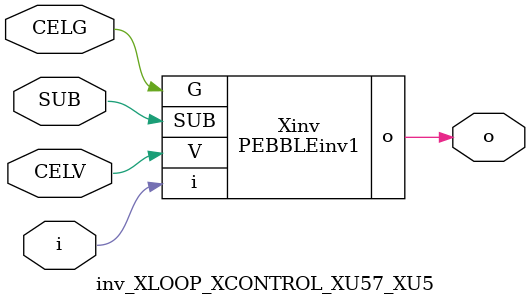
<source format=v>



module PEBBLEinv1 ( o, G, SUB, V, i );

  input V;
  input i;
  input G;
  output o;
  input SUB;
endmodule

//Celera Confidential Do Not Copy inv_XLOOP_XCONTROL_XU57_XU5
//Celera Confidential Symbol Generator
//5V Inverter
module inv_XLOOP_XCONTROL_XU57_XU5 (CELV,CELG,i,o,SUB);
input CELV;
input CELG;
input i;
input SUB;
output o;

//Celera Confidential Do Not Copy inv
PEBBLEinv1 Xinv(
.V (CELV),
.i (i),
.o (o),
.SUB (SUB),
.G (CELG)
);
//,diesize,PEBBLEinv1

//Celera Confidential Do Not Copy Module End
//Celera Schematic Generator
endmodule

</source>
